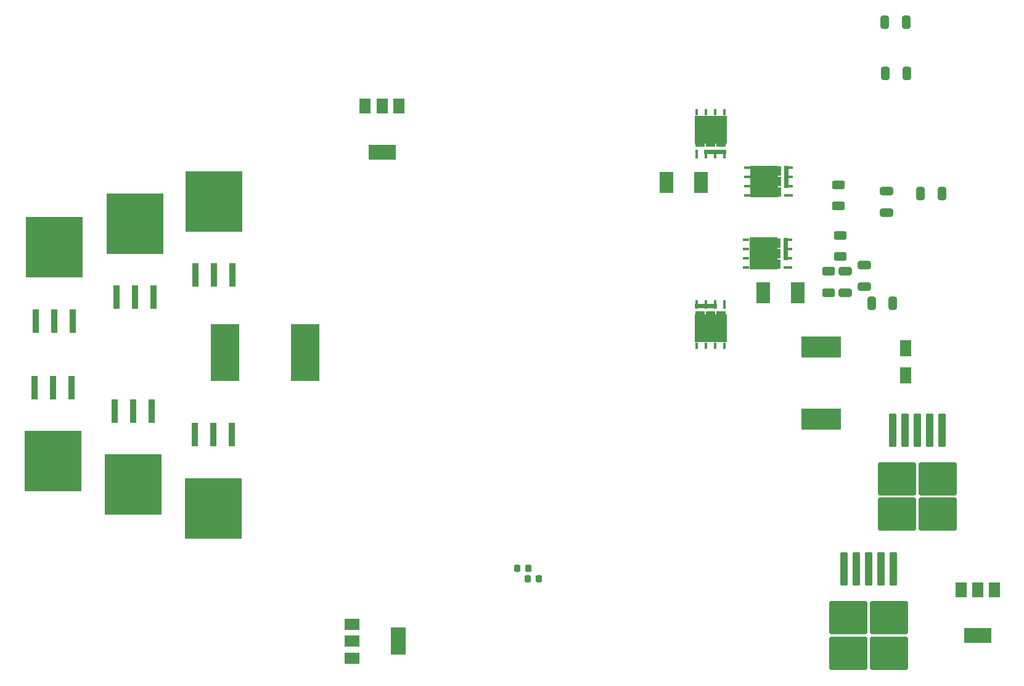
<source format=gbp>
G04 #@! TF.GenerationSoftware,KiCad,Pcbnew,7.0.1*
G04 #@! TF.CreationDate,2023-09-15T01:18:15-07:00*
G04 #@! TF.ProjectId,rps01,72707330-312e-46b6-9963-61645f706362,1*
G04 #@! TF.SameCoordinates,Original*
G04 #@! TF.FileFunction,Paste,Bot*
G04 #@! TF.FilePolarity,Positive*
%FSLAX46Y46*%
G04 Gerber Fmt 4.6, Leading zero omitted, Abs format (unit mm)*
G04 Created by KiCad (PCBNEW 7.0.1) date 2023-09-15 01:18:15*
%MOMM*%
%LPD*%
G01*
G04 APERTURE LIST*
G04 Aperture macros list*
%AMRoundRect*
0 Rectangle with rounded corners*
0 $1 Rounding radius*
0 $2 $3 $4 $5 $6 $7 $8 $9 X,Y pos of 4 corners*
0 Add a 4 corners polygon primitive as box body*
4,1,4,$2,$3,$4,$5,$6,$7,$8,$9,$2,$3,0*
0 Add four circle primitives for the rounded corners*
1,1,$1+$1,$2,$3*
1,1,$1+$1,$4,$5*
1,1,$1+$1,$6,$7*
1,1,$1+$1,$8,$9*
0 Add four rect primitives between the rounded corners*
20,1,$1+$1,$2,$3,$4,$5,0*
20,1,$1+$1,$4,$5,$6,$7,0*
20,1,$1+$1,$6,$7,$8,$9,0*
20,1,$1+$1,$8,$9,$2,$3,0*%
G04 Aperture macros list end*
%ADD10R,0.812800X3.251200*%
%ADD11R,7.874000X8.305800*%
%ADD12R,1.143000X0.431800*%
%ADD13R,0.965200X0.431800*%
%ADD14R,1.500000X2.000000*%
%ADD15R,3.800000X2.000000*%
%ADD16R,0.431800X1.143000*%
%ADD17R,0.431800X0.965200*%
%ADD18R,2.000000X1.500000*%
%ADD19R,2.000000X3.800000*%
%ADD20RoundRect,0.250000X0.325000X0.650000X-0.325000X0.650000X-0.325000X-0.650000X0.325000X-0.650000X0*%
%ADD21RoundRect,0.250000X-0.625000X0.312500X-0.625000X-0.312500X0.625000X-0.312500X0.625000X0.312500X0*%
%ADD22RoundRect,0.225000X-0.225000X-0.250000X0.225000X-0.250000X0.225000X0.250000X-0.225000X0.250000X0*%
%ADD23RoundRect,0.225000X0.225000X0.250000X-0.225000X0.250000X-0.225000X-0.250000X0.225000X-0.250000X0*%
%ADD24R,1.917700X2.997200*%
%ADD25RoundRect,0.250000X-0.300000X2.050000X-0.300000X-2.050000X0.300000X-2.050000X0.300000X2.050000X0*%
%ADD26RoundRect,0.250000X-2.375000X2.025000X-2.375000X-2.025000X2.375000X-2.025000X2.375000X2.025000X0*%
%ADD27RoundRect,0.250000X0.650000X-0.325000X0.650000X0.325000X-0.650000X0.325000X-0.650000X-0.325000X0*%
%ADD28RoundRect,0.250000X-0.650000X0.325000X-0.650000X-0.325000X0.650000X-0.325000X0.650000X0.325000X0*%
%ADD29R,1.625600X2.184400*%
%ADD30R,5.410200X2.895600*%
%ADD31R,4.000000X7.800000*%
%ADD32RoundRect,0.250000X0.625000X-0.312500X0.625000X0.312500X-0.625000X0.312500X-0.625000X-0.312500X0*%
G04 APERTURE END LIST*
G36*
X144815000Y-70646698D02*
G01*
X144230800Y-70646698D01*
X144230800Y-67573298D01*
X144815000Y-67573298D01*
X144815000Y-70646698D01*
G37*
G36*
X143800600Y-71842098D02*
G01*
X142730600Y-71842098D01*
X142730600Y-70577364D01*
X143800600Y-70577364D01*
X143800600Y-71842098D01*
G37*
G36*
X143800600Y-70377365D02*
G01*
X142730600Y-70377365D01*
X142730600Y-69112631D01*
X143800600Y-69112631D01*
X143800600Y-70377365D01*
G37*
G36*
X143800600Y-68912632D02*
G01*
X142730600Y-68912632D01*
X142730600Y-67647898D01*
X143800600Y-67647898D01*
X143800600Y-68912632D01*
G37*
G36*
X143392600Y-71942098D02*
G01*
X139582600Y-71942098D01*
X139582600Y-67547898D01*
X143392600Y-67547898D01*
X143392600Y-71942098D01*
G37*
G36*
X142530600Y-71842098D02*
G01*
X141460600Y-71842098D01*
X141460600Y-70577364D01*
X142530600Y-70577364D01*
X142530600Y-71842098D01*
G37*
G36*
X142530600Y-70377365D02*
G01*
X141460600Y-70377365D01*
X141460600Y-69112631D01*
X142530600Y-69112631D01*
X142530600Y-70377365D01*
G37*
G36*
X142530600Y-68912632D02*
G01*
X141460600Y-68912632D01*
X141460600Y-67647898D01*
X142530600Y-67647898D01*
X142530600Y-68912632D01*
G37*
G36*
X141260600Y-71842098D02*
G01*
X140190600Y-71842098D01*
X140190600Y-70577364D01*
X141260600Y-70577364D01*
X141260600Y-71842098D01*
G37*
G36*
X141260600Y-70377365D02*
G01*
X140190600Y-70377365D01*
X140190600Y-69112631D01*
X141260600Y-69112631D01*
X141260600Y-70377365D01*
G37*
G36*
X141260600Y-68912632D02*
G01*
X140190600Y-68912632D01*
X140190600Y-67647898D01*
X141260600Y-67647898D01*
X141260600Y-68912632D01*
G37*
G36*
X135096700Y-77269200D02*
G01*
X132023300Y-77269200D01*
X132023300Y-76685000D01*
X135096700Y-76685000D01*
X135096700Y-77269200D01*
G37*
G36*
X136292100Y-78769400D02*
G01*
X135027366Y-78769400D01*
X135027366Y-77699400D01*
X136292100Y-77699400D01*
X136292100Y-78769400D01*
G37*
G36*
X134827367Y-78769400D02*
G01*
X133562633Y-78769400D01*
X133562633Y-77699400D01*
X134827367Y-77699400D01*
X134827367Y-78769400D01*
G37*
G36*
X133362634Y-78769400D02*
G01*
X132097900Y-78769400D01*
X132097900Y-77699400D01*
X133362634Y-77699400D01*
X133362634Y-78769400D01*
G37*
G36*
X136392100Y-81917400D02*
G01*
X131997900Y-81917400D01*
X131997900Y-78107400D01*
X136392100Y-78107400D01*
X136392100Y-81917400D01*
G37*
G36*
X136292100Y-80039400D02*
G01*
X135027366Y-80039400D01*
X135027366Y-78969400D01*
X136292100Y-78969400D01*
X136292100Y-80039400D01*
G37*
G36*
X134827367Y-80039400D02*
G01*
X133562633Y-80039400D01*
X133562633Y-78969400D01*
X134827367Y-78969400D01*
X134827367Y-80039400D01*
G37*
G36*
X133362634Y-80039400D02*
G01*
X132097900Y-80039400D01*
X132097900Y-78969400D01*
X133362634Y-78969400D01*
X133362634Y-80039400D01*
G37*
G36*
X136292100Y-81309400D02*
G01*
X135027366Y-81309400D01*
X135027366Y-80239400D01*
X136292100Y-80239400D01*
X136292100Y-81309400D01*
G37*
G36*
X134827367Y-81309400D02*
G01*
X133562633Y-81309400D01*
X133562633Y-80239400D01*
X134827367Y-80239400D01*
X134827367Y-81309400D01*
G37*
G36*
X133362634Y-81309400D02*
G01*
X132097900Y-81309400D01*
X132097900Y-80239400D01*
X133362634Y-80239400D01*
X133362634Y-81309400D01*
G37*
G36*
X136366700Y-56062698D02*
G01*
X133293300Y-56062698D01*
X133293300Y-55478498D01*
X136366700Y-55478498D01*
X136366700Y-56062698D01*
G37*
G36*
X133362634Y-55048298D02*
G01*
X132097900Y-55048298D01*
X132097900Y-53978298D01*
X133362634Y-53978298D01*
X133362634Y-55048298D01*
G37*
G36*
X134827367Y-55048298D02*
G01*
X133562633Y-55048298D01*
X133562633Y-53978298D01*
X134827367Y-53978298D01*
X134827367Y-55048298D01*
G37*
G36*
X136292100Y-55048298D02*
G01*
X135027366Y-55048298D01*
X135027366Y-53978298D01*
X136292100Y-53978298D01*
X136292100Y-55048298D01*
G37*
G36*
X136392100Y-54640298D02*
G01*
X131997900Y-54640298D01*
X131997900Y-50830298D01*
X136392100Y-50830298D01*
X136392100Y-54640298D01*
G37*
G36*
X133362634Y-53778298D02*
G01*
X132097900Y-53778298D01*
X132097900Y-52708298D01*
X133362634Y-52708298D01*
X133362634Y-53778298D01*
G37*
G36*
X134827367Y-53778298D02*
G01*
X133562633Y-53778298D01*
X133562633Y-52708298D01*
X134827367Y-52708298D01*
X134827367Y-53778298D01*
G37*
G36*
X136292100Y-53778298D02*
G01*
X135027366Y-53778298D01*
X135027366Y-52708298D01*
X136292100Y-52708298D01*
X136292100Y-53778298D01*
G37*
G36*
X133362634Y-52508298D02*
G01*
X132097900Y-52508298D01*
X132097900Y-51438298D01*
X133362634Y-51438298D01*
X133362634Y-52508298D01*
G37*
G36*
X134827367Y-52508298D02*
G01*
X133562633Y-52508298D01*
X133562633Y-51438298D01*
X134827367Y-51438298D01*
X134827367Y-52508298D01*
G37*
G36*
X136292100Y-52508298D02*
G01*
X135027366Y-52508298D01*
X135027366Y-51438298D01*
X136292100Y-51438298D01*
X136292100Y-52508298D01*
G37*
G36*
X144915000Y-60746698D02*
G01*
X144330800Y-60746698D01*
X144330800Y-57673298D01*
X144915000Y-57673298D01*
X144915000Y-60746698D01*
G37*
G36*
X143900600Y-61942098D02*
G01*
X142830600Y-61942098D01*
X142830600Y-60677364D01*
X143900600Y-60677364D01*
X143900600Y-61942098D01*
G37*
G36*
X143900600Y-60477365D02*
G01*
X142830600Y-60477365D01*
X142830600Y-59212631D01*
X143900600Y-59212631D01*
X143900600Y-60477365D01*
G37*
G36*
X143900600Y-59012632D02*
G01*
X142830600Y-59012632D01*
X142830600Y-57747898D01*
X143900600Y-57747898D01*
X143900600Y-59012632D01*
G37*
G36*
X143492600Y-62042098D02*
G01*
X139682600Y-62042098D01*
X139682600Y-57647898D01*
X143492600Y-57647898D01*
X143492600Y-62042098D01*
G37*
G36*
X142630600Y-61942098D02*
G01*
X141560600Y-61942098D01*
X141560600Y-60677364D01*
X142630600Y-60677364D01*
X142630600Y-61942098D01*
G37*
G36*
X142630600Y-60477365D02*
G01*
X141560600Y-60477365D01*
X141560600Y-59212631D01*
X142630600Y-59212631D01*
X142630600Y-60477365D01*
G37*
G36*
X142630600Y-59012632D02*
G01*
X141560600Y-59012632D01*
X141560600Y-57747898D01*
X142630600Y-57747898D01*
X142630600Y-59012632D01*
G37*
G36*
X141360600Y-61942098D02*
G01*
X140290600Y-61942098D01*
X140290600Y-60677364D01*
X141360600Y-60677364D01*
X141360600Y-61942098D01*
G37*
G36*
X141360600Y-60477365D02*
G01*
X140290600Y-60477365D01*
X140290600Y-59212631D01*
X141360600Y-59212631D01*
X141360600Y-60477365D01*
G37*
G36*
X141360600Y-59012632D02*
G01*
X140290600Y-59012632D01*
X140290600Y-57747898D01*
X141360600Y-57747898D01*
X141360600Y-59012632D01*
G37*
D10*
X41359179Y-88153680D03*
X43899179Y-88153680D03*
X46439179Y-88153680D03*
D11*
X43899179Y-98275580D03*
D12*
X144802300Y-67839998D03*
X144802300Y-69109998D03*
X144802300Y-70379998D03*
X144802300Y-71649998D03*
D13*
X139100000Y-71649998D03*
X139100000Y-70379998D03*
X139100000Y-69109998D03*
X139100000Y-67839998D03*
D10*
X57664179Y-75748880D03*
X55124179Y-75748880D03*
X52584179Y-75748880D03*
D11*
X55124179Y-65626980D03*
D14*
X86774179Y-49501680D03*
X89074179Y-49501680D03*
D15*
X89074179Y-55801680D03*
D14*
X91374179Y-49501680D03*
D16*
X132290000Y-76697700D03*
X133560000Y-76697700D03*
X134830000Y-76697700D03*
X136100000Y-76697700D03*
D17*
X136100000Y-82400000D03*
X134830000Y-82400000D03*
X133560000Y-82400000D03*
X132290000Y-82400000D03*
D18*
X84974179Y-125301680D03*
X84974179Y-123001680D03*
D19*
X91274179Y-123001680D03*
D18*
X84974179Y-120701680D03*
D10*
X68514179Y-72698880D03*
X65974179Y-72698880D03*
X63434179Y-72698880D03*
D11*
X65974179Y-62576980D03*
D20*
X166000000Y-61500000D03*
X163050000Y-61500000D03*
D10*
X46639179Y-78999680D03*
X44099179Y-78999680D03*
X41559179Y-78999680D03*
D11*
X44099179Y-68877780D03*
D20*
X161050000Y-38000000D03*
X158100000Y-38000000D03*
D21*
X150400000Y-72200000D03*
X150400000Y-75125000D03*
D22*
X109049179Y-114426680D03*
X110599179Y-114426680D03*
D23*
X109199179Y-112976680D03*
X107649179Y-112976680D03*
D21*
X152000000Y-67237500D03*
X152000000Y-70162500D03*
D24*
X141431450Y-75149998D03*
X146168550Y-75149998D03*
D25*
X159175000Y-93975000D03*
X160875000Y-93975000D03*
X162575000Y-93975000D03*
D26*
X165350000Y-100700000D03*
X159800000Y-100700000D03*
X165350000Y-105550000D03*
X159800000Y-105550000D03*
D25*
X164275000Y-93975000D03*
X165975000Y-93975000D03*
D20*
X159250000Y-76600000D03*
X156300000Y-76600000D03*
D27*
X152700000Y-75150000D03*
X152700000Y-72200000D03*
D24*
X128162900Y-60000000D03*
X132900000Y-60000000D03*
D28*
X155300000Y-71350000D03*
X155300000Y-74300000D03*
D10*
X63359179Y-94628680D03*
X65899179Y-94628680D03*
X68439179Y-94628680D03*
D11*
X65899179Y-104750580D03*
D14*
X168599179Y-115926680D03*
X170899179Y-115926680D03*
D15*
X170899179Y-122226680D03*
D14*
X173199179Y-115926680D03*
D25*
X152500000Y-113050000D03*
X154200000Y-113050000D03*
X155900000Y-113050000D03*
D26*
X158675000Y-119775000D03*
X153125000Y-119775000D03*
X158675000Y-124625000D03*
X153125000Y-124625000D03*
D25*
X157600000Y-113050000D03*
X159300000Y-113050000D03*
D29*
X161000000Y-86454200D03*
X161000000Y-82745800D03*
D16*
X136100000Y-56049998D03*
X134830000Y-56049998D03*
X133560000Y-56049998D03*
X132290000Y-56049998D03*
D17*
X132290000Y-50347698D03*
X133560000Y-50347698D03*
X134830000Y-50347698D03*
X136100000Y-50347698D03*
D30*
X149407900Y-92453000D03*
X149407900Y-82547000D03*
D10*
X52334179Y-91354780D03*
X54874179Y-91354780D03*
X57414179Y-91354780D03*
D11*
X54874179Y-101476680D03*
D12*
X144902300Y-57939998D03*
X144902300Y-59209998D03*
X144902300Y-60479998D03*
X144902300Y-61749998D03*
D13*
X139200000Y-61749998D03*
X139200000Y-60479998D03*
X139200000Y-59209998D03*
X139200000Y-57939998D03*
D31*
X67524179Y-83351680D03*
X78524179Y-83351680D03*
D20*
X161150000Y-45000000D03*
X158200000Y-45000000D03*
D28*
X158400000Y-61150000D03*
X158400000Y-64100000D03*
D32*
X151800000Y-63200000D03*
X151800000Y-60275000D03*
M02*

</source>
